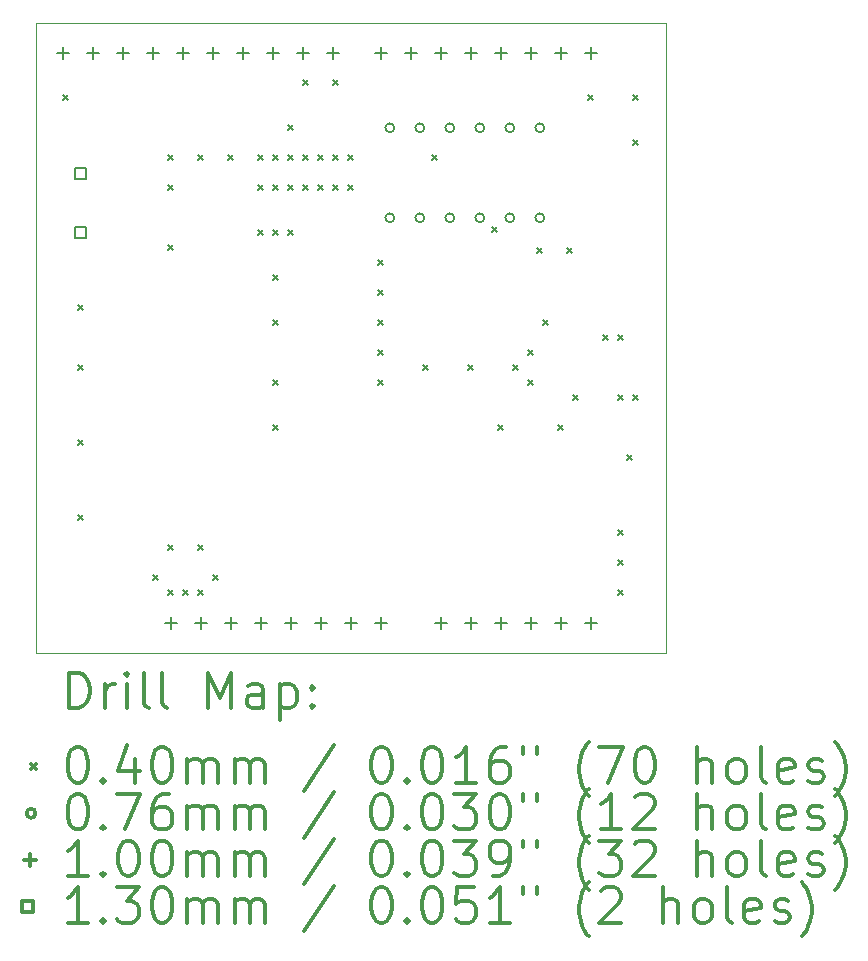
<source format=gbr>
%FSLAX45Y45*%
G04 Gerber Fmt 4.5, Leading zero omitted, Abs format (unit mm)*
G04 Created by KiCad (PCBNEW (5.1.6)-1) date 2020-09-19 20:41:14*
%MOMM*%
%LPD*%
G01*
G04 APERTURE LIST*
%TA.AperFunction,Profile*%
%ADD10C,0.050000*%
%TD*%
%ADD11C,0.200000*%
%ADD12C,0.300000*%
G04 APERTURE END LIST*
D10*
X11430000Y-13081000D02*
X11430000Y-7747000D01*
X16764000Y-13081000D02*
X11430000Y-13081000D01*
X16764000Y-7747000D02*
X16764000Y-13081000D01*
X11430000Y-7747000D02*
X16764000Y-7747000D01*
D11*
X11664000Y-8362000D02*
X11704000Y-8402000D01*
X11704000Y-8362000D02*
X11664000Y-8402000D01*
X11791000Y-10140000D02*
X11831000Y-10180000D01*
X11831000Y-10140000D02*
X11791000Y-10180000D01*
X11791000Y-10648000D02*
X11831000Y-10688000D01*
X11831000Y-10648000D02*
X11791000Y-10688000D01*
X11791000Y-11283000D02*
X11831000Y-11323000D01*
X11831000Y-11283000D02*
X11791000Y-11323000D01*
X11791000Y-11918000D02*
X11831000Y-11958000D01*
X11831000Y-11918000D02*
X11791000Y-11958000D01*
X12426000Y-12426000D02*
X12466000Y-12466000D01*
X12466000Y-12426000D02*
X12426000Y-12466000D01*
X12553000Y-8870000D02*
X12593000Y-8910000D01*
X12593000Y-8870000D02*
X12553000Y-8910000D01*
X12553000Y-9124000D02*
X12593000Y-9164000D01*
X12593000Y-9124000D02*
X12553000Y-9164000D01*
X12553000Y-9632000D02*
X12593000Y-9672000D01*
X12593000Y-9632000D02*
X12553000Y-9672000D01*
X12553000Y-12172000D02*
X12593000Y-12212000D01*
X12593000Y-12172000D02*
X12553000Y-12212000D01*
X12553000Y-12553000D02*
X12593000Y-12593000D01*
X12593000Y-12553000D02*
X12553000Y-12593000D01*
X12680000Y-12553000D02*
X12720000Y-12593000D01*
X12720000Y-12553000D02*
X12680000Y-12593000D01*
X12807000Y-8870000D02*
X12847000Y-8910000D01*
X12847000Y-8870000D02*
X12807000Y-8910000D01*
X12807000Y-12172000D02*
X12847000Y-12212000D01*
X12847000Y-12172000D02*
X12807000Y-12212000D01*
X12807000Y-12553000D02*
X12847000Y-12593000D01*
X12847000Y-12553000D02*
X12807000Y-12593000D01*
X12934000Y-12426000D02*
X12974000Y-12466000D01*
X12974000Y-12426000D02*
X12934000Y-12466000D01*
X13061000Y-8870000D02*
X13101000Y-8910000D01*
X13101000Y-8870000D02*
X13061000Y-8910000D01*
X13315000Y-8870000D02*
X13355000Y-8910000D01*
X13355000Y-8870000D02*
X13315000Y-8910000D01*
X13315000Y-9124000D02*
X13355000Y-9164000D01*
X13355000Y-9124000D02*
X13315000Y-9164000D01*
X13315000Y-9505000D02*
X13355000Y-9545000D01*
X13355000Y-9505000D02*
X13315000Y-9545000D01*
X13442000Y-8870000D02*
X13482000Y-8910000D01*
X13482000Y-8870000D02*
X13442000Y-8910000D01*
X13442000Y-9124000D02*
X13482000Y-9164000D01*
X13482000Y-9124000D02*
X13442000Y-9164000D01*
X13442000Y-9505000D02*
X13482000Y-9545000D01*
X13482000Y-9505000D02*
X13442000Y-9545000D01*
X13442000Y-9886000D02*
X13482000Y-9926000D01*
X13482000Y-9886000D02*
X13442000Y-9926000D01*
X13442000Y-10267000D02*
X13482000Y-10307000D01*
X13482000Y-10267000D02*
X13442000Y-10307000D01*
X13442000Y-10775000D02*
X13482000Y-10815000D01*
X13482000Y-10775000D02*
X13442000Y-10815000D01*
X13442000Y-11156000D02*
X13482000Y-11196000D01*
X13482000Y-11156000D02*
X13442000Y-11196000D01*
X13569000Y-8616000D02*
X13609000Y-8656000D01*
X13609000Y-8616000D02*
X13569000Y-8656000D01*
X13569000Y-8870000D02*
X13609000Y-8910000D01*
X13609000Y-8870000D02*
X13569000Y-8910000D01*
X13569000Y-9124000D02*
X13609000Y-9164000D01*
X13609000Y-9124000D02*
X13569000Y-9164000D01*
X13569000Y-9505000D02*
X13609000Y-9545000D01*
X13609000Y-9505000D02*
X13569000Y-9545000D01*
X13696000Y-8235000D02*
X13736000Y-8275000D01*
X13736000Y-8235000D02*
X13696000Y-8275000D01*
X13696000Y-8870000D02*
X13736000Y-8910000D01*
X13736000Y-8870000D02*
X13696000Y-8910000D01*
X13696000Y-9124000D02*
X13736000Y-9164000D01*
X13736000Y-9124000D02*
X13696000Y-9164000D01*
X13823000Y-8870000D02*
X13863000Y-8910000D01*
X13863000Y-8870000D02*
X13823000Y-8910000D01*
X13823000Y-9124000D02*
X13863000Y-9164000D01*
X13863000Y-9124000D02*
X13823000Y-9164000D01*
X13950000Y-8235000D02*
X13990000Y-8275000D01*
X13990000Y-8235000D02*
X13950000Y-8275000D01*
X13950000Y-8870000D02*
X13990000Y-8910000D01*
X13990000Y-8870000D02*
X13950000Y-8910000D01*
X13950000Y-9124000D02*
X13990000Y-9164000D01*
X13990000Y-9124000D02*
X13950000Y-9164000D01*
X14077000Y-8870000D02*
X14117000Y-8910000D01*
X14117000Y-8870000D02*
X14077000Y-8910000D01*
X14077000Y-9124000D02*
X14117000Y-9164000D01*
X14117000Y-9124000D02*
X14077000Y-9164000D01*
X14331000Y-9759000D02*
X14371000Y-9799000D01*
X14371000Y-9759000D02*
X14331000Y-9799000D01*
X14331000Y-10013000D02*
X14371000Y-10053000D01*
X14371000Y-10013000D02*
X14331000Y-10053000D01*
X14331000Y-10267000D02*
X14371000Y-10307000D01*
X14371000Y-10267000D02*
X14331000Y-10307000D01*
X14331000Y-10521000D02*
X14371000Y-10561000D01*
X14371000Y-10521000D02*
X14331000Y-10561000D01*
X14331000Y-10775000D02*
X14371000Y-10815000D01*
X14371000Y-10775000D02*
X14331000Y-10815000D01*
X14712000Y-10648000D02*
X14752000Y-10688000D01*
X14752000Y-10648000D02*
X14712000Y-10688000D01*
X14788200Y-8870000D02*
X14828200Y-8910000D01*
X14828200Y-8870000D02*
X14788200Y-8910000D01*
X15093000Y-10648000D02*
X15133000Y-10688000D01*
X15133000Y-10648000D02*
X15093000Y-10688000D01*
X15296200Y-9479600D02*
X15336200Y-9519600D01*
X15336200Y-9479600D02*
X15296200Y-9519600D01*
X15347000Y-11156000D02*
X15387000Y-11196000D01*
X15387000Y-11156000D02*
X15347000Y-11196000D01*
X15474000Y-10648000D02*
X15514000Y-10688000D01*
X15514000Y-10648000D02*
X15474000Y-10688000D01*
X15601000Y-10521000D02*
X15641000Y-10561000D01*
X15641000Y-10521000D02*
X15601000Y-10561000D01*
X15601000Y-10775000D02*
X15641000Y-10815000D01*
X15641000Y-10775000D02*
X15601000Y-10815000D01*
X15677200Y-9657400D02*
X15717200Y-9697400D01*
X15717200Y-9657400D02*
X15677200Y-9697400D01*
X15728000Y-10267000D02*
X15768000Y-10307000D01*
X15768000Y-10267000D02*
X15728000Y-10307000D01*
X15855000Y-11156000D02*
X15895000Y-11196000D01*
X15895000Y-11156000D02*
X15855000Y-11196000D01*
X15931200Y-9657400D02*
X15971200Y-9697400D01*
X15971200Y-9657400D02*
X15931200Y-9697400D01*
X15982000Y-10902000D02*
X16022000Y-10942000D01*
X16022000Y-10902000D02*
X15982000Y-10942000D01*
X16109000Y-8362000D02*
X16149000Y-8402000D01*
X16149000Y-8362000D02*
X16109000Y-8402000D01*
X16236000Y-10394000D02*
X16276000Y-10434000D01*
X16276000Y-10394000D02*
X16236000Y-10434000D01*
X16363000Y-10394000D02*
X16403000Y-10434000D01*
X16403000Y-10394000D02*
X16363000Y-10434000D01*
X16363000Y-10902000D02*
X16403000Y-10942000D01*
X16403000Y-10902000D02*
X16363000Y-10942000D01*
X16363000Y-12045000D02*
X16403000Y-12085000D01*
X16403000Y-12045000D02*
X16363000Y-12085000D01*
X16363000Y-12299000D02*
X16403000Y-12339000D01*
X16403000Y-12299000D02*
X16363000Y-12339000D01*
X16363000Y-12553000D02*
X16403000Y-12593000D01*
X16403000Y-12553000D02*
X16363000Y-12593000D01*
X16439200Y-11410000D02*
X16479200Y-11450000D01*
X16479200Y-11410000D02*
X16439200Y-11450000D01*
X16490000Y-8362000D02*
X16530000Y-8402000D01*
X16530000Y-8362000D02*
X16490000Y-8402000D01*
X16490000Y-8743000D02*
X16530000Y-8783000D01*
X16530000Y-8743000D02*
X16490000Y-8783000D01*
X16490000Y-10902000D02*
X16530000Y-10942000D01*
X16530000Y-10902000D02*
X16490000Y-10942000D01*
X14465300Y-8636000D02*
G75*
G03*
X14465300Y-8636000I-38100J0D01*
G01*
X14465300Y-9398000D02*
G75*
G03*
X14465300Y-9398000I-38100J0D01*
G01*
X14719300Y-8636000D02*
G75*
G03*
X14719300Y-8636000I-38100J0D01*
G01*
X14719300Y-9398000D02*
G75*
G03*
X14719300Y-9398000I-38100J0D01*
G01*
X14973300Y-8636000D02*
G75*
G03*
X14973300Y-8636000I-38100J0D01*
G01*
X14973300Y-9398000D02*
G75*
G03*
X14973300Y-9398000I-38100J0D01*
G01*
X15227300Y-8636000D02*
G75*
G03*
X15227300Y-8636000I-38100J0D01*
G01*
X15227300Y-9398000D02*
G75*
G03*
X15227300Y-9398000I-38100J0D01*
G01*
X15481300Y-8636000D02*
G75*
G03*
X15481300Y-8636000I-38100J0D01*
G01*
X15481300Y-9398000D02*
G75*
G03*
X15481300Y-9398000I-38100J0D01*
G01*
X15735300Y-8636000D02*
G75*
G03*
X15735300Y-8636000I-38100J0D01*
G01*
X15735300Y-9398000D02*
G75*
G03*
X15735300Y-9398000I-38100J0D01*
G01*
X11659000Y-7951000D02*
X11659000Y-8051000D01*
X11609000Y-8001000D02*
X11709000Y-8001000D01*
X11913000Y-7951000D02*
X11913000Y-8051000D01*
X11863000Y-8001000D02*
X11963000Y-8001000D01*
X12167000Y-7951000D02*
X12167000Y-8051000D01*
X12117000Y-8001000D02*
X12217000Y-8001000D01*
X12421000Y-7951000D02*
X12421000Y-8051000D01*
X12371000Y-8001000D02*
X12471000Y-8001000D01*
X12573000Y-12777000D02*
X12573000Y-12877000D01*
X12523000Y-12827000D02*
X12623000Y-12827000D01*
X12675000Y-7951000D02*
X12675000Y-8051000D01*
X12625000Y-8001000D02*
X12725000Y-8001000D01*
X12827000Y-12777000D02*
X12827000Y-12877000D01*
X12777000Y-12827000D02*
X12877000Y-12827000D01*
X12929000Y-7951000D02*
X12929000Y-8051000D01*
X12879000Y-8001000D02*
X12979000Y-8001000D01*
X13081000Y-12777000D02*
X13081000Y-12877000D01*
X13031000Y-12827000D02*
X13131000Y-12827000D01*
X13183000Y-7951000D02*
X13183000Y-8051000D01*
X13133000Y-8001000D02*
X13233000Y-8001000D01*
X13335000Y-12777000D02*
X13335000Y-12877000D01*
X13285000Y-12827000D02*
X13385000Y-12827000D01*
X13437000Y-7951000D02*
X13437000Y-8051000D01*
X13387000Y-8001000D02*
X13487000Y-8001000D01*
X13589000Y-12777000D02*
X13589000Y-12877000D01*
X13539000Y-12827000D02*
X13639000Y-12827000D01*
X13691000Y-7951000D02*
X13691000Y-8051000D01*
X13641000Y-8001000D02*
X13741000Y-8001000D01*
X13843000Y-12777000D02*
X13843000Y-12877000D01*
X13793000Y-12827000D02*
X13893000Y-12827000D01*
X13945000Y-7951000D02*
X13945000Y-8051000D01*
X13895000Y-8001000D02*
X13995000Y-8001000D01*
X14097000Y-12777000D02*
X14097000Y-12877000D01*
X14047000Y-12827000D02*
X14147000Y-12827000D01*
X14351000Y-7951000D02*
X14351000Y-8051000D01*
X14301000Y-8001000D02*
X14401000Y-8001000D01*
X14351000Y-12777000D02*
X14351000Y-12877000D01*
X14301000Y-12827000D02*
X14401000Y-12827000D01*
X14605000Y-7951000D02*
X14605000Y-8051000D01*
X14555000Y-8001000D02*
X14655000Y-8001000D01*
X14859000Y-7951000D02*
X14859000Y-8051000D01*
X14809000Y-8001000D02*
X14909000Y-8001000D01*
X14859000Y-12777000D02*
X14859000Y-12877000D01*
X14809000Y-12827000D02*
X14909000Y-12827000D01*
X15113000Y-7951000D02*
X15113000Y-8051000D01*
X15063000Y-8001000D02*
X15163000Y-8001000D01*
X15113000Y-12777000D02*
X15113000Y-12877000D01*
X15063000Y-12827000D02*
X15163000Y-12827000D01*
X15367000Y-7951000D02*
X15367000Y-8051000D01*
X15317000Y-8001000D02*
X15417000Y-8001000D01*
X15367000Y-12777000D02*
X15367000Y-12877000D01*
X15317000Y-12827000D02*
X15417000Y-12827000D01*
X15621000Y-7951000D02*
X15621000Y-8051000D01*
X15571000Y-8001000D02*
X15671000Y-8001000D01*
X15621000Y-12777000D02*
X15621000Y-12877000D01*
X15571000Y-12827000D02*
X15671000Y-12827000D01*
X15875000Y-7951000D02*
X15875000Y-8051000D01*
X15825000Y-8001000D02*
X15925000Y-8001000D01*
X15875000Y-12777000D02*
X15875000Y-12877000D01*
X15825000Y-12827000D02*
X15925000Y-12827000D01*
X16129000Y-7951000D02*
X16129000Y-8051000D01*
X16079000Y-8001000D02*
X16179000Y-8001000D01*
X16129000Y-12777000D02*
X16129000Y-12877000D01*
X16079000Y-12827000D02*
X16179000Y-12827000D01*
X11856962Y-9070962D02*
X11856962Y-8979038D01*
X11765038Y-8979038D01*
X11765038Y-9070962D01*
X11856962Y-9070962D01*
X11856962Y-9570962D02*
X11856962Y-9479038D01*
X11765038Y-9479038D01*
X11765038Y-9570962D01*
X11856962Y-9570962D01*
D12*
X11713928Y-13549214D02*
X11713928Y-13249214D01*
X11785357Y-13249214D01*
X11828214Y-13263500D01*
X11856786Y-13292071D01*
X11871071Y-13320643D01*
X11885357Y-13377786D01*
X11885357Y-13420643D01*
X11871071Y-13477786D01*
X11856786Y-13506357D01*
X11828214Y-13534929D01*
X11785357Y-13549214D01*
X11713928Y-13549214D01*
X12013928Y-13549214D02*
X12013928Y-13349214D01*
X12013928Y-13406357D02*
X12028214Y-13377786D01*
X12042500Y-13363500D01*
X12071071Y-13349214D01*
X12099643Y-13349214D01*
X12199643Y-13549214D02*
X12199643Y-13349214D01*
X12199643Y-13249214D02*
X12185357Y-13263500D01*
X12199643Y-13277786D01*
X12213928Y-13263500D01*
X12199643Y-13249214D01*
X12199643Y-13277786D01*
X12385357Y-13549214D02*
X12356786Y-13534929D01*
X12342500Y-13506357D01*
X12342500Y-13249214D01*
X12542500Y-13549214D02*
X12513928Y-13534929D01*
X12499643Y-13506357D01*
X12499643Y-13249214D01*
X12885357Y-13549214D02*
X12885357Y-13249214D01*
X12985357Y-13463500D01*
X13085357Y-13249214D01*
X13085357Y-13549214D01*
X13356786Y-13549214D02*
X13356786Y-13392071D01*
X13342500Y-13363500D01*
X13313928Y-13349214D01*
X13256786Y-13349214D01*
X13228214Y-13363500D01*
X13356786Y-13534929D02*
X13328214Y-13549214D01*
X13256786Y-13549214D01*
X13228214Y-13534929D01*
X13213928Y-13506357D01*
X13213928Y-13477786D01*
X13228214Y-13449214D01*
X13256786Y-13434929D01*
X13328214Y-13434929D01*
X13356786Y-13420643D01*
X13499643Y-13349214D02*
X13499643Y-13649214D01*
X13499643Y-13363500D02*
X13528214Y-13349214D01*
X13585357Y-13349214D01*
X13613928Y-13363500D01*
X13628214Y-13377786D01*
X13642500Y-13406357D01*
X13642500Y-13492071D01*
X13628214Y-13520643D01*
X13613928Y-13534929D01*
X13585357Y-13549214D01*
X13528214Y-13549214D01*
X13499643Y-13534929D01*
X13771071Y-13520643D02*
X13785357Y-13534929D01*
X13771071Y-13549214D01*
X13756786Y-13534929D01*
X13771071Y-13520643D01*
X13771071Y-13549214D01*
X13771071Y-13363500D02*
X13785357Y-13377786D01*
X13771071Y-13392071D01*
X13756786Y-13377786D01*
X13771071Y-13363500D01*
X13771071Y-13392071D01*
X11387500Y-14023500D02*
X11427500Y-14063500D01*
X11427500Y-14023500D02*
X11387500Y-14063500D01*
X11771071Y-13879214D02*
X11799643Y-13879214D01*
X11828214Y-13893500D01*
X11842500Y-13907786D01*
X11856786Y-13936357D01*
X11871071Y-13993500D01*
X11871071Y-14064929D01*
X11856786Y-14122071D01*
X11842500Y-14150643D01*
X11828214Y-14164929D01*
X11799643Y-14179214D01*
X11771071Y-14179214D01*
X11742500Y-14164929D01*
X11728214Y-14150643D01*
X11713928Y-14122071D01*
X11699643Y-14064929D01*
X11699643Y-13993500D01*
X11713928Y-13936357D01*
X11728214Y-13907786D01*
X11742500Y-13893500D01*
X11771071Y-13879214D01*
X11999643Y-14150643D02*
X12013928Y-14164929D01*
X11999643Y-14179214D01*
X11985357Y-14164929D01*
X11999643Y-14150643D01*
X11999643Y-14179214D01*
X12271071Y-13979214D02*
X12271071Y-14179214D01*
X12199643Y-13864929D02*
X12128214Y-14079214D01*
X12313928Y-14079214D01*
X12485357Y-13879214D02*
X12513928Y-13879214D01*
X12542500Y-13893500D01*
X12556786Y-13907786D01*
X12571071Y-13936357D01*
X12585357Y-13993500D01*
X12585357Y-14064929D01*
X12571071Y-14122071D01*
X12556786Y-14150643D01*
X12542500Y-14164929D01*
X12513928Y-14179214D01*
X12485357Y-14179214D01*
X12456786Y-14164929D01*
X12442500Y-14150643D01*
X12428214Y-14122071D01*
X12413928Y-14064929D01*
X12413928Y-13993500D01*
X12428214Y-13936357D01*
X12442500Y-13907786D01*
X12456786Y-13893500D01*
X12485357Y-13879214D01*
X12713928Y-14179214D02*
X12713928Y-13979214D01*
X12713928Y-14007786D02*
X12728214Y-13993500D01*
X12756786Y-13979214D01*
X12799643Y-13979214D01*
X12828214Y-13993500D01*
X12842500Y-14022071D01*
X12842500Y-14179214D01*
X12842500Y-14022071D02*
X12856786Y-13993500D01*
X12885357Y-13979214D01*
X12928214Y-13979214D01*
X12956786Y-13993500D01*
X12971071Y-14022071D01*
X12971071Y-14179214D01*
X13113928Y-14179214D02*
X13113928Y-13979214D01*
X13113928Y-14007786D02*
X13128214Y-13993500D01*
X13156786Y-13979214D01*
X13199643Y-13979214D01*
X13228214Y-13993500D01*
X13242500Y-14022071D01*
X13242500Y-14179214D01*
X13242500Y-14022071D02*
X13256786Y-13993500D01*
X13285357Y-13979214D01*
X13328214Y-13979214D01*
X13356786Y-13993500D01*
X13371071Y-14022071D01*
X13371071Y-14179214D01*
X13956786Y-13864929D02*
X13699643Y-14250643D01*
X14342500Y-13879214D02*
X14371071Y-13879214D01*
X14399643Y-13893500D01*
X14413928Y-13907786D01*
X14428214Y-13936357D01*
X14442500Y-13993500D01*
X14442500Y-14064929D01*
X14428214Y-14122071D01*
X14413928Y-14150643D01*
X14399643Y-14164929D01*
X14371071Y-14179214D01*
X14342500Y-14179214D01*
X14313928Y-14164929D01*
X14299643Y-14150643D01*
X14285357Y-14122071D01*
X14271071Y-14064929D01*
X14271071Y-13993500D01*
X14285357Y-13936357D01*
X14299643Y-13907786D01*
X14313928Y-13893500D01*
X14342500Y-13879214D01*
X14571071Y-14150643D02*
X14585357Y-14164929D01*
X14571071Y-14179214D01*
X14556786Y-14164929D01*
X14571071Y-14150643D01*
X14571071Y-14179214D01*
X14771071Y-13879214D02*
X14799643Y-13879214D01*
X14828214Y-13893500D01*
X14842500Y-13907786D01*
X14856786Y-13936357D01*
X14871071Y-13993500D01*
X14871071Y-14064929D01*
X14856786Y-14122071D01*
X14842500Y-14150643D01*
X14828214Y-14164929D01*
X14799643Y-14179214D01*
X14771071Y-14179214D01*
X14742500Y-14164929D01*
X14728214Y-14150643D01*
X14713928Y-14122071D01*
X14699643Y-14064929D01*
X14699643Y-13993500D01*
X14713928Y-13936357D01*
X14728214Y-13907786D01*
X14742500Y-13893500D01*
X14771071Y-13879214D01*
X15156786Y-14179214D02*
X14985357Y-14179214D01*
X15071071Y-14179214D02*
X15071071Y-13879214D01*
X15042500Y-13922071D01*
X15013928Y-13950643D01*
X14985357Y-13964929D01*
X15413928Y-13879214D02*
X15356786Y-13879214D01*
X15328214Y-13893500D01*
X15313928Y-13907786D01*
X15285357Y-13950643D01*
X15271071Y-14007786D01*
X15271071Y-14122071D01*
X15285357Y-14150643D01*
X15299643Y-14164929D01*
X15328214Y-14179214D01*
X15385357Y-14179214D01*
X15413928Y-14164929D01*
X15428214Y-14150643D01*
X15442500Y-14122071D01*
X15442500Y-14050643D01*
X15428214Y-14022071D01*
X15413928Y-14007786D01*
X15385357Y-13993500D01*
X15328214Y-13993500D01*
X15299643Y-14007786D01*
X15285357Y-14022071D01*
X15271071Y-14050643D01*
X15556786Y-13879214D02*
X15556786Y-13936357D01*
X15671071Y-13879214D02*
X15671071Y-13936357D01*
X16113928Y-14293500D02*
X16099643Y-14279214D01*
X16071071Y-14236357D01*
X16056786Y-14207786D01*
X16042500Y-14164929D01*
X16028214Y-14093500D01*
X16028214Y-14036357D01*
X16042500Y-13964929D01*
X16056786Y-13922071D01*
X16071071Y-13893500D01*
X16099643Y-13850643D01*
X16113928Y-13836357D01*
X16199643Y-13879214D02*
X16399643Y-13879214D01*
X16271071Y-14179214D01*
X16571071Y-13879214D02*
X16599643Y-13879214D01*
X16628214Y-13893500D01*
X16642500Y-13907786D01*
X16656786Y-13936357D01*
X16671071Y-13993500D01*
X16671071Y-14064929D01*
X16656786Y-14122071D01*
X16642500Y-14150643D01*
X16628214Y-14164929D01*
X16599643Y-14179214D01*
X16571071Y-14179214D01*
X16542500Y-14164929D01*
X16528214Y-14150643D01*
X16513928Y-14122071D01*
X16499643Y-14064929D01*
X16499643Y-13993500D01*
X16513928Y-13936357D01*
X16528214Y-13907786D01*
X16542500Y-13893500D01*
X16571071Y-13879214D01*
X17028214Y-14179214D02*
X17028214Y-13879214D01*
X17156786Y-14179214D02*
X17156786Y-14022071D01*
X17142500Y-13993500D01*
X17113928Y-13979214D01*
X17071071Y-13979214D01*
X17042500Y-13993500D01*
X17028214Y-14007786D01*
X17342500Y-14179214D02*
X17313928Y-14164929D01*
X17299643Y-14150643D01*
X17285357Y-14122071D01*
X17285357Y-14036357D01*
X17299643Y-14007786D01*
X17313928Y-13993500D01*
X17342500Y-13979214D01*
X17385357Y-13979214D01*
X17413928Y-13993500D01*
X17428214Y-14007786D01*
X17442500Y-14036357D01*
X17442500Y-14122071D01*
X17428214Y-14150643D01*
X17413928Y-14164929D01*
X17385357Y-14179214D01*
X17342500Y-14179214D01*
X17613928Y-14179214D02*
X17585357Y-14164929D01*
X17571071Y-14136357D01*
X17571071Y-13879214D01*
X17842500Y-14164929D02*
X17813928Y-14179214D01*
X17756786Y-14179214D01*
X17728214Y-14164929D01*
X17713928Y-14136357D01*
X17713928Y-14022071D01*
X17728214Y-13993500D01*
X17756786Y-13979214D01*
X17813928Y-13979214D01*
X17842500Y-13993500D01*
X17856786Y-14022071D01*
X17856786Y-14050643D01*
X17713928Y-14079214D01*
X17971071Y-14164929D02*
X17999643Y-14179214D01*
X18056786Y-14179214D01*
X18085357Y-14164929D01*
X18099643Y-14136357D01*
X18099643Y-14122071D01*
X18085357Y-14093500D01*
X18056786Y-14079214D01*
X18013928Y-14079214D01*
X17985357Y-14064929D01*
X17971071Y-14036357D01*
X17971071Y-14022071D01*
X17985357Y-13993500D01*
X18013928Y-13979214D01*
X18056786Y-13979214D01*
X18085357Y-13993500D01*
X18199643Y-14293500D02*
X18213928Y-14279214D01*
X18242500Y-14236357D01*
X18256786Y-14207786D01*
X18271071Y-14164929D01*
X18285357Y-14093500D01*
X18285357Y-14036357D01*
X18271071Y-13964929D01*
X18256786Y-13922071D01*
X18242500Y-13893500D01*
X18213928Y-13850643D01*
X18199643Y-13836357D01*
X11427500Y-14439500D02*
G75*
G03*
X11427500Y-14439500I-38100J0D01*
G01*
X11771071Y-14275214D02*
X11799643Y-14275214D01*
X11828214Y-14289500D01*
X11842500Y-14303786D01*
X11856786Y-14332357D01*
X11871071Y-14389500D01*
X11871071Y-14460929D01*
X11856786Y-14518071D01*
X11842500Y-14546643D01*
X11828214Y-14560929D01*
X11799643Y-14575214D01*
X11771071Y-14575214D01*
X11742500Y-14560929D01*
X11728214Y-14546643D01*
X11713928Y-14518071D01*
X11699643Y-14460929D01*
X11699643Y-14389500D01*
X11713928Y-14332357D01*
X11728214Y-14303786D01*
X11742500Y-14289500D01*
X11771071Y-14275214D01*
X11999643Y-14546643D02*
X12013928Y-14560929D01*
X11999643Y-14575214D01*
X11985357Y-14560929D01*
X11999643Y-14546643D01*
X11999643Y-14575214D01*
X12113928Y-14275214D02*
X12313928Y-14275214D01*
X12185357Y-14575214D01*
X12556786Y-14275214D02*
X12499643Y-14275214D01*
X12471071Y-14289500D01*
X12456786Y-14303786D01*
X12428214Y-14346643D01*
X12413928Y-14403786D01*
X12413928Y-14518071D01*
X12428214Y-14546643D01*
X12442500Y-14560929D01*
X12471071Y-14575214D01*
X12528214Y-14575214D01*
X12556786Y-14560929D01*
X12571071Y-14546643D01*
X12585357Y-14518071D01*
X12585357Y-14446643D01*
X12571071Y-14418071D01*
X12556786Y-14403786D01*
X12528214Y-14389500D01*
X12471071Y-14389500D01*
X12442500Y-14403786D01*
X12428214Y-14418071D01*
X12413928Y-14446643D01*
X12713928Y-14575214D02*
X12713928Y-14375214D01*
X12713928Y-14403786D02*
X12728214Y-14389500D01*
X12756786Y-14375214D01*
X12799643Y-14375214D01*
X12828214Y-14389500D01*
X12842500Y-14418071D01*
X12842500Y-14575214D01*
X12842500Y-14418071D02*
X12856786Y-14389500D01*
X12885357Y-14375214D01*
X12928214Y-14375214D01*
X12956786Y-14389500D01*
X12971071Y-14418071D01*
X12971071Y-14575214D01*
X13113928Y-14575214D02*
X13113928Y-14375214D01*
X13113928Y-14403786D02*
X13128214Y-14389500D01*
X13156786Y-14375214D01*
X13199643Y-14375214D01*
X13228214Y-14389500D01*
X13242500Y-14418071D01*
X13242500Y-14575214D01*
X13242500Y-14418071D02*
X13256786Y-14389500D01*
X13285357Y-14375214D01*
X13328214Y-14375214D01*
X13356786Y-14389500D01*
X13371071Y-14418071D01*
X13371071Y-14575214D01*
X13956786Y-14260929D02*
X13699643Y-14646643D01*
X14342500Y-14275214D02*
X14371071Y-14275214D01*
X14399643Y-14289500D01*
X14413928Y-14303786D01*
X14428214Y-14332357D01*
X14442500Y-14389500D01*
X14442500Y-14460929D01*
X14428214Y-14518071D01*
X14413928Y-14546643D01*
X14399643Y-14560929D01*
X14371071Y-14575214D01*
X14342500Y-14575214D01*
X14313928Y-14560929D01*
X14299643Y-14546643D01*
X14285357Y-14518071D01*
X14271071Y-14460929D01*
X14271071Y-14389500D01*
X14285357Y-14332357D01*
X14299643Y-14303786D01*
X14313928Y-14289500D01*
X14342500Y-14275214D01*
X14571071Y-14546643D02*
X14585357Y-14560929D01*
X14571071Y-14575214D01*
X14556786Y-14560929D01*
X14571071Y-14546643D01*
X14571071Y-14575214D01*
X14771071Y-14275214D02*
X14799643Y-14275214D01*
X14828214Y-14289500D01*
X14842500Y-14303786D01*
X14856786Y-14332357D01*
X14871071Y-14389500D01*
X14871071Y-14460929D01*
X14856786Y-14518071D01*
X14842500Y-14546643D01*
X14828214Y-14560929D01*
X14799643Y-14575214D01*
X14771071Y-14575214D01*
X14742500Y-14560929D01*
X14728214Y-14546643D01*
X14713928Y-14518071D01*
X14699643Y-14460929D01*
X14699643Y-14389500D01*
X14713928Y-14332357D01*
X14728214Y-14303786D01*
X14742500Y-14289500D01*
X14771071Y-14275214D01*
X14971071Y-14275214D02*
X15156786Y-14275214D01*
X15056786Y-14389500D01*
X15099643Y-14389500D01*
X15128214Y-14403786D01*
X15142500Y-14418071D01*
X15156786Y-14446643D01*
X15156786Y-14518071D01*
X15142500Y-14546643D01*
X15128214Y-14560929D01*
X15099643Y-14575214D01*
X15013928Y-14575214D01*
X14985357Y-14560929D01*
X14971071Y-14546643D01*
X15342500Y-14275214D02*
X15371071Y-14275214D01*
X15399643Y-14289500D01*
X15413928Y-14303786D01*
X15428214Y-14332357D01*
X15442500Y-14389500D01*
X15442500Y-14460929D01*
X15428214Y-14518071D01*
X15413928Y-14546643D01*
X15399643Y-14560929D01*
X15371071Y-14575214D01*
X15342500Y-14575214D01*
X15313928Y-14560929D01*
X15299643Y-14546643D01*
X15285357Y-14518071D01*
X15271071Y-14460929D01*
X15271071Y-14389500D01*
X15285357Y-14332357D01*
X15299643Y-14303786D01*
X15313928Y-14289500D01*
X15342500Y-14275214D01*
X15556786Y-14275214D02*
X15556786Y-14332357D01*
X15671071Y-14275214D02*
X15671071Y-14332357D01*
X16113928Y-14689500D02*
X16099643Y-14675214D01*
X16071071Y-14632357D01*
X16056786Y-14603786D01*
X16042500Y-14560929D01*
X16028214Y-14489500D01*
X16028214Y-14432357D01*
X16042500Y-14360929D01*
X16056786Y-14318071D01*
X16071071Y-14289500D01*
X16099643Y-14246643D01*
X16113928Y-14232357D01*
X16385357Y-14575214D02*
X16213928Y-14575214D01*
X16299643Y-14575214D02*
X16299643Y-14275214D01*
X16271071Y-14318071D01*
X16242500Y-14346643D01*
X16213928Y-14360929D01*
X16499643Y-14303786D02*
X16513928Y-14289500D01*
X16542500Y-14275214D01*
X16613928Y-14275214D01*
X16642500Y-14289500D01*
X16656786Y-14303786D01*
X16671071Y-14332357D01*
X16671071Y-14360929D01*
X16656786Y-14403786D01*
X16485357Y-14575214D01*
X16671071Y-14575214D01*
X17028214Y-14575214D02*
X17028214Y-14275214D01*
X17156786Y-14575214D02*
X17156786Y-14418071D01*
X17142500Y-14389500D01*
X17113928Y-14375214D01*
X17071071Y-14375214D01*
X17042500Y-14389500D01*
X17028214Y-14403786D01*
X17342500Y-14575214D02*
X17313928Y-14560929D01*
X17299643Y-14546643D01*
X17285357Y-14518071D01*
X17285357Y-14432357D01*
X17299643Y-14403786D01*
X17313928Y-14389500D01*
X17342500Y-14375214D01*
X17385357Y-14375214D01*
X17413928Y-14389500D01*
X17428214Y-14403786D01*
X17442500Y-14432357D01*
X17442500Y-14518071D01*
X17428214Y-14546643D01*
X17413928Y-14560929D01*
X17385357Y-14575214D01*
X17342500Y-14575214D01*
X17613928Y-14575214D02*
X17585357Y-14560929D01*
X17571071Y-14532357D01*
X17571071Y-14275214D01*
X17842500Y-14560929D02*
X17813928Y-14575214D01*
X17756786Y-14575214D01*
X17728214Y-14560929D01*
X17713928Y-14532357D01*
X17713928Y-14418071D01*
X17728214Y-14389500D01*
X17756786Y-14375214D01*
X17813928Y-14375214D01*
X17842500Y-14389500D01*
X17856786Y-14418071D01*
X17856786Y-14446643D01*
X17713928Y-14475214D01*
X17971071Y-14560929D02*
X17999643Y-14575214D01*
X18056786Y-14575214D01*
X18085357Y-14560929D01*
X18099643Y-14532357D01*
X18099643Y-14518071D01*
X18085357Y-14489500D01*
X18056786Y-14475214D01*
X18013928Y-14475214D01*
X17985357Y-14460929D01*
X17971071Y-14432357D01*
X17971071Y-14418071D01*
X17985357Y-14389500D01*
X18013928Y-14375214D01*
X18056786Y-14375214D01*
X18085357Y-14389500D01*
X18199643Y-14689500D02*
X18213928Y-14675214D01*
X18242500Y-14632357D01*
X18256786Y-14603786D01*
X18271071Y-14560929D01*
X18285357Y-14489500D01*
X18285357Y-14432357D01*
X18271071Y-14360929D01*
X18256786Y-14318071D01*
X18242500Y-14289500D01*
X18213928Y-14246643D01*
X18199643Y-14232357D01*
X11377500Y-14785500D02*
X11377500Y-14885500D01*
X11327500Y-14835500D02*
X11427500Y-14835500D01*
X11871071Y-14971214D02*
X11699643Y-14971214D01*
X11785357Y-14971214D02*
X11785357Y-14671214D01*
X11756786Y-14714071D01*
X11728214Y-14742643D01*
X11699643Y-14756929D01*
X11999643Y-14942643D02*
X12013928Y-14956929D01*
X11999643Y-14971214D01*
X11985357Y-14956929D01*
X11999643Y-14942643D01*
X11999643Y-14971214D01*
X12199643Y-14671214D02*
X12228214Y-14671214D01*
X12256786Y-14685500D01*
X12271071Y-14699786D01*
X12285357Y-14728357D01*
X12299643Y-14785500D01*
X12299643Y-14856929D01*
X12285357Y-14914071D01*
X12271071Y-14942643D01*
X12256786Y-14956929D01*
X12228214Y-14971214D01*
X12199643Y-14971214D01*
X12171071Y-14956929D01*
X12156786Y-14942643D01*
X12142500Y-14914071D01*
X12128214Y-14856929D01*
X12128214Y-14785500D01*
X12142500Y-14728357D01*
X12156786Y-14699786D01*
X12171071Y-14685500D01*
X12199643Y-14671214D01*
X12485357Y-14671214D02*
X12513928Y-14671214D01*
X12542500Y-14685500D01*
X12556786Y-14699786D01*
X12571071Y-14728357D01*
X12585357Y-14785500D01*
X12585357Y-14856929D01*
X12571071Y-14914071D01*
X12556786Y-14942643D01*
X12542500Y-14956929D01*
X12513928Y-14971214D01*
X12485357Y-14971214D01*
X12456786Y-14956929D01*
X12442500Y-14942643D01*
X12428214Y-14914071D01*
X12413928Y-14856929D01*
X12413928Y-14785500D01*
X12428214Y-14728357D01*
X12442500Y-14699786D01*
X12456786Y-14685500D01*
X12485357Y-14671214D01*
X12713928Y-14971214D02*
X12713928Y-14771214D01*
X12713928Y-14799786D02*
X12728214Y-14785500D01*
X12756786Y-14771214D01*
X12799643Y-14771214D01*
X12828214Y-14785500D01*
X12842500Y-14814071D01*
X12842500Y-14971214D01*
X12842500Y-14814071D02*
X12856786Y-14785500D01*
X12885357Y-14771214D01*
X12928214Y-14771214D01*
X12956786Y-14785500D01*
X12971071Y-14814071D01*
X12971071Y-14971214D01*
X13113928Y-14971214D02*
X13113928Y-14771214D01*
X13113928Y-14799786D02*
X13128214Y-14785500D01*
X13156786Y-14771214D01*
X13199643Y-14771214D01*
X13228214Y-14785500D01*
X13242500Y-14814071D01*
X13242500Y-14971214D01*
X13242500Y-14814071D02*
X13256786Y-14785500D01*
X13285357Y-14771214D01*
X13328214Y-14771214D01*
X13356786Y-14785500D01*
X13371071Y-14814071D01*
X13371071Y-14971214D01*
X13956786Y-14656929D02*
X13699643Y-15042643D01*
X14342500Y-14671214D02*
X14371071Y-14671214D01*
X14399643Y-14685500D01*
X14413928Y-14699786D01*
X14428214Y-14728357D01*
X14442500Y-14785500D01*
X14442500Y-14856929D01*
X14428214Y-14914071D01*
X14413928Y-14942643D01*
X14399643Y-14956929D01*
X14371071Y-14971214D01*
X14342500Y-14971214D01*
X14313928Y-14956929D01*
X14299643Y-14942643D01*
X14285357Y-14914071D01*
X14271071Y-14856929D01*
X14271071Y-14785500D01*
X14285357Y-14728357D01*
X14299643Y-14699786D01*
X14313928Y-14685500D01*
X14342500Y-14671214D01*
X14571071Y-14942643D02*
X14585357Y-14956929D01*
X14571071Y-14971214D01*
X14556786Y-14956929D01*
X14571071Y-14942643D01*
X14571071Y-14971214D01*
X14771071Y-14671214D02*
X14799643Y-14671214D01*
X14828214Y-14685500D01*
X14842500Y-14699786D01*
X14856786Y-14728357D01*
X14871071Y-14785500D01*
X14871071Y-14856929D01*
X14856786Y-14914071D01*
X14842500Y-14942643D01*
X14828214Y-14956929D01*
X14799643Y-14971214D01*
X14771071Y-14971214D01*
X14742500Y-14956929D01*
X14728214Y-14942643D01*
X14713928Y-14914071D01*
X14699643Y-14856929D01*
X14699643Y-14785500D01*
X14713928Y-14728357D01*
X14728214Y-14699786D01*
X14742500Y-14685500D01*
X14771071Y-14671214D01*
X14971071Y-14671214D02*
X15156786Y-14671214D01*
X15056786Y-14785500D01*
X15099643Y-14785500D01*
X15128214Y-14799786D01*
X15142500Y-14814071D01*
X15156786Y-14842643D01*
X15156786Y-14914071D01*
X15142500Y-14942643D01*
X15128214Y-14956929D01*
X15099643Y-14971214D01*
X15013928Y-14971214D01*
X14985357Y-14956929D01*
X14971071Y-14942643D01*
X15299643Y-14971214D02*
X15356786Y-14971214D01*
X15385357Y-14956929D01*
X15399643Y-14942643D01*
X15428214Y-14899786D01*
X15442500Y-14842643D01*
X15442500Y-14728357D01*
X15428214Y-14699786D01*
X15413928Y-14685500D01*
X15385357Y-14671214D01*
X15328214Y-14671214D01*
X15299643Y-14685500D01*
X15285357Y-14699786D01*
X15271071Y-14728357D01*
X15271071Y-14799786D01*
X15285357Y-14828357D01*
X15299643Y-14842643D01*
X15328214Y-14856929D01*
X15385357Y-14856929D01*
X15413928Y-14842643D01*
X15428214Y-14828357D01*
X15442500Y-14799786D01*
X15556786Y-14671214D02*
X15556786Y-14728357D01*
X15671071Y-14671214D02*
X15671071Y-14728357D01*
X16113928Y-15085500D02*
X16099643Y-15071214D01*
X16071071Y-15028357D01*
X16056786Y-14999786D01*
X16042500Y-14956929D01*
X16028214Y-14885500D01*
X16028214Y-14828357D01*
X16042500Y-14756929D01*
X16056786Y-14714071D01*
X16071071Y-14685500D01*
X16099643Y-14642643D01*
X16113928Y-14628357D01*
X16199643Y-14671214D02*
X16385357Y-14671214D01*
X16285357Y-14785500D01*
X16328214Y-14785500D01*
X16356786Y-14799786D01*
X16371071Y-14814071D01*
X16385357Y-14842643D01*
X16385357Y-14914071D01*
X16371071Y-14942643D01*
X16356786Y-14956929D01*
X16328214Y-14971214D01*
X16242500Y-14971214D01*
X16213928Y-14956929D01*
X16199643Y-14942643D01*
X16499643Y-14699786D02*
X16513928Y-14685500D01*
X16542500Y-14671214D01*
X16613928Y-14671214D01*
X16642500Y-14685500D01*
X16656786Y-14699786D01*
X16671071Y-14728357D01*
X16671071Y-14756929D01*
X16656786Y-14799786D01*
X16485357Y-14971214D01*
X16671071Y-14971214D01*
X17028214Y-14971214D02*
X17028214Y-14671214D01*
X17156786Y-14971214D02*
X17156786Y-14814071D01*
X17142500Y-14785500D01*
X17113928Y-14771214D01*
X17071071Y-14771214D01*
X17042500Y-14785500D01*
X17028214Y-14799786D01*
X17342500Y-14971214D02*
X17313928Y-14956929D01*
X17299643Y-14942643D01*
X17285357Y-14914071D01*
X17285357Y-14828357D01*
X17299643Y-14799786D01*
X17313928Y-14785500D01*
X17342500Y-14771214D01*
X17385357Y-14771214D01*
X17413928Y-14785500D01*
X17428214Y-14799786D01*
X17442500Y-14828357D01*
X17442500Y-14914071D01*
X17428214Y-14942643D01*
X17413928Y-14956929D01*
X17385357Y-14971214D01*
X17342500Y-14971214D01*
X17613928Y-14971214D02*
X17585357Y-14956929D01*
X17571071Y-14928357D01*
X17571071Y-14671214D01*
X17842500Y-14956929D02*
X17813928Y-14971214D01*
X17756786Y-14971214D01*
X17728214Y-14956929D01*
X17713928Y-14928357D01*
X17713928Y-14814071D01*
X17728214Y-14785500D01*
X17756786Y-14771214D01*
X17813928Y-14771214D01*
X17842500Y-14785500D01*
X17856786Y-14814071D01*
X17856786Y-14842643D01*
X17713928Y-14871214D01*
X17971071Y-14956929D02*
X17999643Y-14971214D01*
X18056786Y-14971214D01*
X18085357Y-14956929D01*
X18099643Y-14928357D01*
X18099643Y-14914071D01*
X18085357Y-14885500D01*
X18056786Y-14871214D01*
X18013928Y-14871214D01*
X17985357Y-14856929D01*
X17971071Y-14828357D01*
X17971071Y-14814071D01*
X17985357Y-14785500D01*
X18013928Y-14771214D01*
X18056786Y-14771214D01*
X18085357Y-14785500D01*
X18199643Y-15085500D02*
X18213928Y-15071214D01*
X18242500Y-15028357D01*
X18256786Y-14999786D01*
X18271071Y-14956929D01*
X18285357Y-14885500D01*
X18285357Y-14828357D01*
X18271071Y-14756929D01*
X18256786Y-14714071D01*
X18242500Y-14685500D01*
X18213928Y-14642643D01*
X18199643Y-14628357D01*
X11408462Y-15277462D02*
X11408462Y-15185538D01*
X11316537Y-15185538D01*
X11316537Y-15277462D01*
X11408462Y-15277462D01*
X11871071Y-15367214D02*
X11699643Y-15367214D01*
X11785357Y-15367214D02*
X11785357Y-15067214D01*
X11756786Y-15110071D01*
X11728214Y-15138643D01*
X11699643Y-15152929D01*
X11999643Y-15338643D02*
X12013928Y-15352929D01*
X11999643Y-15367214D01*
X11985357Y-15352929D01*
X11999643Y-15338643D01*
X11999643Y-15367214D01*
X12113928Y-15067214D02*
X12299643Y-15067214D01*
X12199643Y-15181500D01*
X12242500Y-15181500D01*
X12271071Y-15195786D01*
X12285357Y-15210071D01*
X12299643Y-15238643D01*
X12299643Y-15310071D01*
X12285357Y-15338643D01*
X12271071Y-15352929D01*
X12242500Y-15367214D01*
X12156786Y-15367214D01*
X12128214Y-15352929D01*
X12113928Y-15338643D01*
X12485357Y-15067214D02*
X12513928Y-15067214D01*
X12542500Y-15081500D01*
X12556786Y-15095786D01*
X12571071Y-15124357D01*
X12585357Y-15181500D01*
X12585357Y-15252929D01*
X12571071Y-15310071D01*
X12556786Y-15338643D01*
X12542500Y-15352929D01*
X12513928Y-15367214D01*
X12485357Y-15367214D01*
X12456786Y-15352929D01*
X12442500Y-15338643D01*
X12428214Y-15310071D01*
X12413928Y-15252929D01*
X12413928Y-15181500D01*
X12428214Y-15124357D01*
X12442500Y-15095786D01*
X12456786Y-15081500D01*
X12485357Y-15067214D01*
X12713928Y-15367214D02*
X12713928Y-15167214D01*
X12713928Y-15195786D02*
X12728214Y-15181500D01*
X12756786Y-15167214D01*
X12799643Y-15167214D01*
X12828214Y-15181500D01*
X12842500Y-15210071D01*
X12842500Y-15367214D01*
X12842500Y-15210071D02*
X12856786Y-15181500D01*
X12885357Y-15167214D01*
X12928214Y-15167214D01*
X12956786Y-15181500D01*
X12971071Y-15210071D01*
X12971071Y-15367214D01*
X13113928Y-15367214D02*
X13113928Y-15167214D01*
X13113928Y-15195786D02*
X13128214Y-15181500D01*
X13156786Y-15167214D01*
X13199643Y-15167214D01*
X13228214Y-15181500D01*
X13242500Y-15210071D01*
X13242500Y-15367214D01*
X13242500Y-15210071D02*
X13256786Y-15181500D01*
X13285357Y-15167214D01*
X13328214Y-15167214D01*
X13356786Y-15181500D01*
X13371071Y-15210071D01*
X13371071Y-15367214D01*
X13956786Y-15052929D02*
X13699643Y-15438643D01*
X14342500Y-15067214D02*
X14371071Y-15067214D01*
X14399643Y-15081500D01*
X14413928Y-15095786D01*
X14428214Y-15124357D01*
X14442500Y-15181500D01*
X14442500Y-15252929D01*
X14428214Y-15310071D01*
X14413928Y-15338643D01*
X14399643Y-15352929D01*
X14371071Y-15367214D01*
X14342500Y-15367214D01*
X14313928Y-15352929D01*
X14299643Y-15338643D01*
X14285357Y-15310071D01*
X14271071Y-15252929D01*
X14271071Y-15181500D01*
X14285357Y-15124357D01*
X14299643Y-15095786D01*
X14313928Y-15081500D01*
X14342500Y-15067214D01*
X14571071Y-15338643D02*
X14585357Y-15352929D01*
X14571071Y-15367214D01*
X14556786Y-15352929D01*
X14571071Y-15338643D01*
X14571071Y-15367214D01*
X14771071Y-15067214D02*
X14799643Y-15067214D01*
X14828214Y-15081500D01*
X14842500Y-15095786D01*
X14856786Y-15124357D01*
X14871071Y-15181500D01*
X14871071Y-15252929D01*
X14856786Y-15310071D01*
X14842500Y-15338643D01*
X14828214Y-15352929D01*
X14799643Y-15367214D01*
X14771071Y-15367214D01*
X14742500Y-15352929D01*
X14728214Y-15338643D01*
X14713928Y-15310071D01*
X14699643Y-15252929D01*
X14699643Y-15181500D01*
X14713928Y-15124357D01*
X14728214Y-15095786D01*
X14742500Y-15081500D01*
X14771071Y-15067214D01*
X15142500Y-15067214D02*
X14999643Y-15067214D01*
X14985357Y-15210071D01*
X14999643Y-15195786D01*
X15028214Y-15181500D01*
X15099643Y-15181500D01*
X15128214Y-15195786D01*
X15142500Y-15210071D01*
X15156786Y-15238643D01*
X15156786Y-15310071D01*
X15142500Y-15338643D01*
X15128214Y-15352929D01*
X15099643Y-15367214D01*
X15028214Y-15367214D01*
X14999643Y-15352929D01*
X14985357Y-15338643D01*
X15442500Y-15367214D02*
X15271071Y-15367214D01*
X15356786Y-15367214D02*
X15356786Y-15067214D01*
X15328214Y-15110071D01*
X15299643Y-15138643D01*
X15271071Y-15152929D01*
X15556786Y-15067214D02*
X15556786Y-15124357D01*
X15671071Y-15067214D02*
X15671071Y-15124357D01*
X16113928Y-15481500D02*
X16099643Y-15467214D01*
X16071071Y-15424357D01*
X16056786Y-15395786D01*
X16042500Y-15352929D01*
X16028214Y-15281500D01*
X16028214Y-15224357D01*
X16042500Y-15152929D01*
X16056786Y-15110071D01*
X16071071Y-15081500D01*
X16099643Y-15038643D01*
X16113928Y-15024357D01*
X16213928Y-15095786D02*
X16228214Y-15081500D01*
X16256786Y-15067214D01*
X16328214Y-15067214D01*
X16356786Y-15081500D01*
X16371071Y-15095786D01*
X16385357Y-15124357D01*
X16385357Y-15152929D01*
X16371071Y-15195786D01*
X16199643Y-15367214D01*
X16385357Y-15367214D01*
X16742500Y-15367214D02*
X16742500Y-15067214D01*
X16871071Y-15367214D02*
X16871071Y-15210071D01*
X16856786Y-15181500D01*
X16828214Y-15167214D01*
X16785357Y-15167214D01*
X16756786Y-15181500D01*
X16742500Y-15195786D01*
X17056786Y-15367214D02*
X17028214Y-15352929D01*
X17013928Y-15338643D01*
X16999643Y-15310071D01*
X16999643Y-15224357D01*
X17013928Y-15195786D01*
X17028214Y-15181500D01*
X17056786Y-15167214D01*
X17099643Y-15167214D01*
X17128214Y-15181500D01*
X17142500Y-15195786D01*
X17156786Y-15224357D01*
X17156786Y-15310071D01*
X17142500Y-15338643D01*
X17128214Y-15352929D01*
X17099643Y-15367214D01*
X17056786Y-15367214D01*
X17328214Y-15367214D02*
X17299643Y-15352929D01*
X17285357Y-15324357D01*
X17285357Y-15067214D01*
X17556786Y-15352929D02*
X17528214Y-15367214D01*
X17471071Y-15367214D01*
X17442500Y-15352929D01*
X17428214Y-15324357D01*
X17428214Y-15210071D01*
X17442500Y-15181500D01*
X17471071Y-15167214D01*
X17528214Y-15167214D01*
X17556786Y-15181500D01*
X17571071Y-15210071D01*
X17571071Y-15238643D01*
X17428214Y-15267214D01*
X17685357Y-15352929D02*
X17713928Y-15367214D01*
X17771071Y-15367214D01*
X17799643Y-15352929D01*
X17813928Y-15324357D01*
X17813928Y-15310071D01*
X17799643Y-15281500D01*
X17771071Y-15267214D01*
X17728214Y-15267214D01*
X17699643Y-15252929D01*
X17685357Y-15224357D01*
X17685357Y-15210071D01*
X17699643Y-15181500D01*
X17728214Y-15167214D01*
X17771071Y-15167214D01*
X17799643Y-15181500D01*
X17913928Y-15481500D02*
X17928214Y-15467214D01*
X17956786Y-15424357D01*
X17971071Y-15395786D01*
X17985357Y-15352929D01*
X17999643Y-15281500D01*
X17999643Y-15224357D01*
X17985357Y-15152929D01*
X17971071Y-15110071D01*
X17956786Y-15081500D01*
X17928214Y-15038643D01*
X17913928Y-15024357D01*
M02*

</source>
